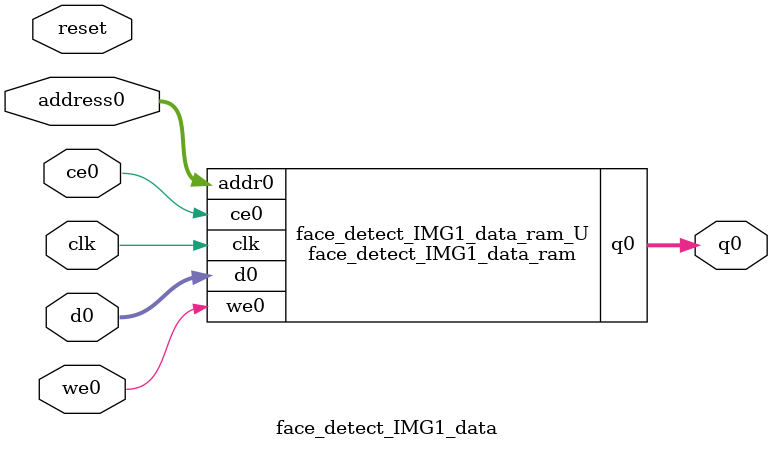
<source format=v>
`timescale 1 ns / 1 ps
module face_detect_IMG1_data_ram (addr0, ce0, d0, we0, q0,  clk);

parameter DWIDTH = 8;
parameter AWIDTH = 17;
parameter MEM_SIZE = 76800;

input[AWIDTH-1:0] addr0;
input ce0;
input[DWIDTH-1:0] d0;
input we0;
output reg[DWIDTH-1:0] q0;
input clk;

reg [DWIDTH-1:0] ram[0:MEM_SIZE-1];




always @(posedge clk)  
begin 
    if (ce0) begin
        if (we0) 
            ram[addr0] <= d0; 
        q0 <= ram[addr0];
    end
end


endmodule

`timescale 1 ns / 1 ps
module face_detect_IMG1_data(
    reset,
    clk,
    address0,
    ce0,
    we0,
    d0,
    q0);

parameter DataWidth = 32'd8;
parameter AddressRange = 32'd76800;
parameter AddressWidth = 32'd17;
input reset;
input clk;
input[AddressWidth - 1:0] address0;
input ce0;
input we0;
input[DataWidth - 1:0] d0;
output[DataWidth - 1:0] q0;



face_detect_IMG1_data_ram face_detect_IMG1_data_ram_U(
    .clk( clk ),
    .addr0( address0 ),
    .ce0( ce0 ),
    .we0( we0 ),
    .d0( d0 ),
    .q0( q0 ));

endmodule


</source>
